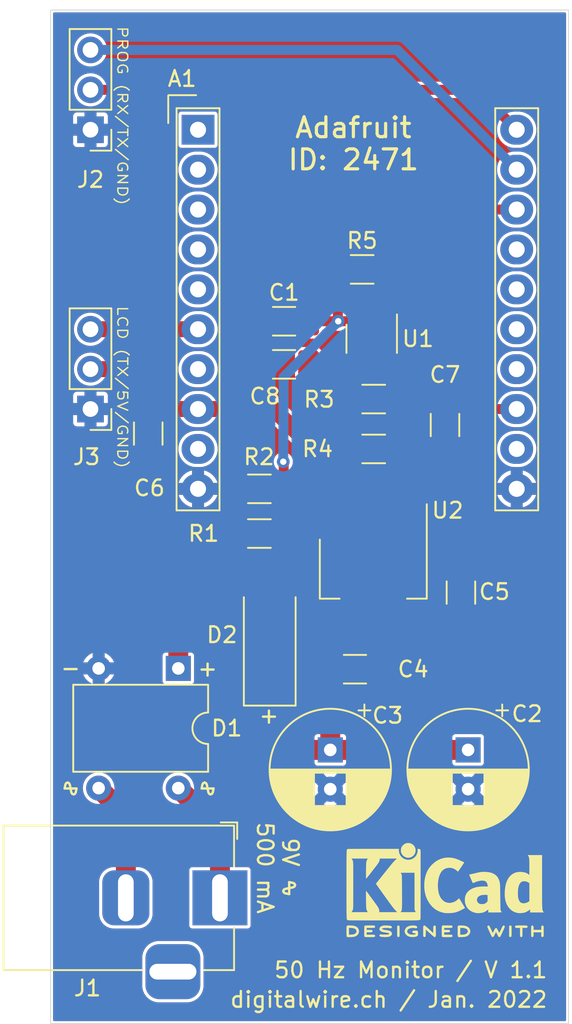
<source format=kicad_pcb>
(kicad_pcb (version 20211014) (generator pcbnew)
  (layers (0 "F.Cu" signal) (31 "B.Cu" signal) (34 "B.Paste" user) (35 "F.Paste" user) (36 "B.SilkS" user "B.Silkscreen") (37 "F.SilkS" user "F.Silkscreen") (38 "B.Mask" user) (39 "F.Mask" user) (44 "Edge.Cuts" user))
  (net 0 "")
  (net 2 "Net-(A1-Pad20)")
  (net 4 "Net-(A1-Pad19)")
  (net 6 "Net-(A1-Pad18)")
  (net 11 "Net-(A1-Pad6)")
  (net 15 "+5V")
  (net 16 "+3V3")
  (net 19 "GND")
  (net 20 "Net-(C1-Pad1)")
  (net 21 "+12V")
  (net 22 "Net-(D1-Pad4)")
  (net 23 "Net-(D1-Pad3)")
  (net 24 "Net-(D1-Pad1)")
  (net 25 "Net-(C8-Pad1)")
  (footprint "Capacitor_SMD:C_1206_3216Metric_Pad1.33x1.80mm_HandSolder" (layer "F.Cu") (at 115.2144 101.092 180)
    (fp_text reference "C1" (at 0 1.8288) (layer "F.SilkS"))
    (fp_text value "10nF")
    (pad "1" smd roundrect locked (at -1.5625 0 180) (size 1.325 1.8) (layers "F.Cu" "F.Paste" "F.Mask") (roundrect_rratio 0.1886792453) (net 20 "Net-(C1-Pad1)"))
    (pad "2" smd roundrect locked (at 1.5625 0 180) (size 1.325 1.8) (layers "F.Cu" "F.Paste" "F.Mask") (roundrect_rratio 0.1886792453) (net 19 "GND"))
  )
  (footprint "Capacitor_THT:CP_Radial_D7.5mm_P2.50mm" (layer "F.Cu") (at 126.9492 128.378606 -90)
    (fp_text reference "C2" (at -2.293006 -3.7592) (layer "F.SilkS"))
    (fp_text value "100uF")
    (pad "1" thru_hole rect locked (at 0 0 270) (size 1.6 1.6) (drill 0.8) (layers *.Cu *.Mask) (net 21 "+12V"))
    (pad "2" thru_hole circle locked (at 2.5 0 270) (size 1.6 1.6) (drill 0.8) (layers *.Cu *.Mask) (net 19 "GND"))
  )
  (footprint "Capacitor_THT:CP_Radial_D7.5mm_P2.50mm" (layer "F.Cu") (at 118.1608 128.378605 -90)
    (fp_text reference "C3" (at -2.191405 -3.6576) (layer "F.SilkS"))
    (fp_text value "100uF")
    (pad "1" thru_hole rect locked (at 0 0 270) (size 1.6 1.6) (drill 0.8) (layers *.Cu *.Mask) (net 21 "+12V"))
    (pad "2" thru_hole circle locked (at 2.5 0 270) (size 1.6 1.6) (drill 0.8) (layers *.Cu *.Mask) (net 19 "GND"))
  )
  (footprint "Capacitor_SMD:C_1206_3216Metric_Pad1.33x1.80mm_HandSolder" (layer "F.Cu") (at 119.7356 123.2408)
    (fp_text reference "C4" (at 3.7084 0) (layer "F.SilkS"))
    (fp_text value "100nF")
    (pad "1" smd roundrect locked (at -1.5625 0) (size 1.325 1.8) (layers "F.Cu" "F.Paste" "F.Mask") (roundrect_rratio 0.1886792453) (net 21 "+12V"))
    (pad "2" smd roundrect locked (at 1.5625 0) (size 1.325 1.8) (layers "F.Cu" "F.Paste" "F.Mask") (roundrect_rratio 0.1886792453) (net 19 "GND"))
  )
  (footprint "Capacitor_SMD:C_1206_3216Metric_Pad1.33x1.80mm_HandSolder" (layer "F.Cu") (at 126.492 118.364 90)
    (fp_text reference "C5" (at 0.0508 2.1336 180) (layer "F.SilkS"))
    (fp_text value "100nF")
    (pad "1" smd roundrect locked (at -1.5625 0 90) (size 1.325 1.8) (layers "F.Cu" "F.Paste" "F.Mask") (roundrect_rratio 0.1886792453) (net 15 "+5V"))
    (pad "2" smd roundrect locked (at 1.5625 0 90) (size 1.325 1.8) (layers "F.Cu" "F.Paste" "F.Mask") (roundrect_rratio 0.1886792453) (net 19 "GND"))
  )
  (footprint "Diode_SMD:D_SMA_Handsoldering" (layer "F.Cu") (at 114.3 121.158 90)
    (fp_text reference "D2" (at 0.1016 -3.048 180) (layer "F.SilkS"))
    (fp_text value "SK34")
    (pad "1" smd rect locked (at -2.5 0 90) (size 3.5 1.8) (layers "F.Cu" "F.Paste" "F.Mask") (net 21 "+12V"))
    (pad "2" smd rect locked (at 2.5 0 90) (size 3.5 1.8) (layers "F.Cu" "F.Paste" "F.Mask") (net 24 "Net-(D1-Pad1)"))
  )
  (footprint "Connector_BarrelJack:BarrelJack_Horizontal" (layer "F.Cu") (at 111.125 137.795)
    (fp_text reference "J1" (at -8.45 5.75) (layer "F.SilkS"))
    (fp_text value "Barrel_Jack")
    (pad "1" thru_hole rect locked (at 0 0) (size 3.5 3.5) (drill oval 1 3) (layers *.Cu *.Mask) (net 22 "Net-(D1-Pad4)"))
    (pad "2" thru_hole roundrect locked (at -6 0) (size 3 3.5) (drill oval 1 3) (layers *.Cu *.Mask) (net 23 "Net-(D1-Pad3)"))
    (pad "3" thru_hole roundrect locked (at -3 4.7) (size 3.5 3.5) (drill oval 3 1) (layers *.Cu *.Mask))
  )
  (footprint "Connector_PinHeader_2.54mm:PinHeader_1x03_P2.54mm_Vertical" (layer "F.Cu") (at 102.87 88.9 180)
    (fp_text reference "J2" (at 0 -3.175) (layer "F.SilkS"))
    (fp_text value "Conn_01x03")
    (pad "1" thru_hole rect locked (at 0 0 180) (size 1.7 1.7) (drill 1) (layers *.Cu *.Mask) (net 19 "GND"))
    (pad "2" thru_hole oval locked (at 0 2.54 180) (size 1.7 1.7) (drill 1) (layers *.Cu *.Mask) (net 2 "Net-(A1-Pad20)"))
    (pad "3" thru_hole oval locked (at 0 5.08 180) (size 1.7 1.7) (drill 1) (layers *.Cu *.Mask) (net 4 "Net-(A1-Pad19)"))
  )
  (footprint "Connector_PinHeader_2.54mm:PinHeader_1x03_P2.54mm_Vertical" (layer "F.Cu") (at 102.87 106.68 180)
    (fp_text reference "J3" (at 0.254 -3.048) (layer "F.SilkS"))
    (fp_text value "Conn_01x03")
    (pad "1" thru_hole rect locked (at 0 0 180) (size 1.7 1.7) (drill 1) (layers *.Cu *.Mask) (net 19 "GND"))
    (pad "2" thru_hole oval locked (at 0 2.54 180) (size 1.7 1.7) (drill 1) (layers *.Cu *.Mask) (net 15 "+5V"))
    (pad "3" thru_hole oval locked (at 0 5.08 180) (size 1.7 1.7) (drill 1) (layers *.Cu *.Mask) (net 11 "Net-(A1-Pad6)"))
  )
  (footprint "Resistor_SMD:R_1206_3216Metric_Pad1.30x1.75mm_HandSolder" (layer "F.Cu") (at 113.639 114.6048)
    (fp_text reference "R1" (at -3.5554 0) (layer "F.SilkS"))
    (fp_text value "47k")
    (pad "1" smd roundrect locked (at -1.55 0) (size 1.3 1.75) (layers "F.Cu" "F.Paste" "F.Mask") (roundrect_rratio 0.1923076923) (net 24 "Net-(D1-Pad1)"))
    (pad "2" smd roundrect locked (at 1.55 0) (size 1.3 1.75) (layers "F.Cu" "F.Paste" "F.Mask") (roundrect_rratio 0.1923076923) (net 20 "Net-(C1-Pad1)"))
  )
  (footprint "Resistor_SMD:R_1206_3216Metric_Pad1.30x1.75mm_HandSolder" (layer "F.Cu") (at 113.639 111.76 180)
    (fp_text reference "R2" (at 0.026 2.032) (layer "F.SilkS"))
    (fp_text value "10k")
    (pad "1" smd roundrect locked (at -1.55 0 180) (size 1.3 1.75) (layers "F.Cu" "F.Paste" "F.Mask") (roundrect_rratio 0.1923076923) (net 20 "Net-(C1-Pad1)"))
    (pad "2" smd roundrect locked (at 1.55 0 180) (size 1.3 1.75) (layers "F.Cu" "F.Paste" "F.Mask") (roundrect_rratio 0.1923076923) (net 19 "GND"))
  )
  (footprint "Resistor_SMD:R_1206_3216Metric_Pad1.30x1.75mm_HandSolder" (layer "F.Cu") (at 120.1928 97.79)
    (fp_text reference "R5" (at 0 -1.8288) (layer "F.SilkS"))
    (fp_text value "47k")
    (pad "1" smd roundrect locked (at -1.55 0) (size 1.3 1.75) (layers "F.Cu" "F.Paste" "F.Mask") (roundrect_rratio 0.1923076923) (net 20 "Net-(C1-Pad1)"))
    (pad "2" smd roundrect locked (at 1.55 0) (size 1.3 1.75) (layers "F.Cu" "F.Paste" "F.Mask") (roundrect_rratio 0.1923076923) (net 6 "Net-(A1-Pad18)"))
  )
  (footprint "Diode_THT:Diode_Bridge_DIP-4_W7.62mm_P5.08mm" (layer "F.Cu") (at 108.4704 123.19 -90)
    (fp_text reference "D1" (at 3.81 -3.0864) (layer "F.SilkS"))
    (fp_text value "DF01M")
    (pad "1" thru_hole rect locked (at 0 0 270) (size 1.6 1.6) (drill 0.8) (layers *.Cu *.Mask) (net 24 "Net-(D1-Pad1)"))
    (pad "2" thru_hole oval locked (at 0 5.08 270) (size 1.6 1.6) (drill 0.8) (layers *.Cu *.Mask) (net 19 "GND"))
    (pad "3" thru_hole oval locked (at 7.62 5.08 270) (size 1.6 1.6) (drill 0.8) (layers *.Cu *.Mask) (net 23 "Net-(D1-Pad3)"))
    (pad "4" thru_hole oval locked (at 7.62 0 270) (size 1.6 1.6) (drill 0.8) (layers *.Cu *.Mask) (net 22 "Net-(D1-Pad4)"))
  )
  (footprint "Package_TO_SOT_SMD:SOT-223-3_TabPin2" (layer "F.Cu") (at 120.904 116.84 -90)
    (fp_text reference "U2" (at -3.708 -4.7384 180) (layer "F.SilkS"))
    (fp_text value "AMS1117-5.0")
    (pad "1" smd rect locked (at -3.15 -2.3 270) (size 2 1.5) (layers "F.Cu" "F.Paste" "F.Mask") (net 19 "GND"))
    (pad "2" smd rect locked (at -3.15 0 270) (size 2 1.5) (layers "F.Cu" "F.Paste" "F.Mask") (net 15 "+5V"))
    (pad "2" smd rect locked (at 3.15 0 270) (size 2 3.8) (layers "F.Cu" "F.Paste" "F.Mask") (net 15 "+5V"))
    (pad "3" smd rect locked (at -3.15 2.3 270) (size 2 1.5) (layers "F.Cu" "F.Paste" "F.Mask") (net 21 "+12V"))
  )
  (footprint "Resistor_SMD:R_1206_3216Metric_Pad1.30x1.75mm_HandSolder" (layer "F.Cu") (at 120.93 109.22)
    (fp_text reference "R4" (at -3.582 0) (layer "F.SilkS"))
    (fp_text value "10k")
    (pad "1" smd roundrect locked (at -1.55 0) (size 1.3 1.75) (layers "F.Cu" "F.Paste" "F.Mask") (roundrect_rratio 0.1923076923) (net 25 "Net-(C8-Pad1)"))
    (pad "2" smd roundrect locked (at 1.55 0) (size 1.3 1.75) (layers "F.Cu" "F.Paste" "F.Mask") (roundrect_rratio 0.1923076923) (net 19 "GND"))
  )
  (footprint "Package_TO_SOT_SMD:SOT-23-5" (layer "F.Cu") (at 120.8024 102.2096 -90)
    (fp_text reference "U1" (at 0 -2.9464 180) (layer "F.SilkS"))
    (fp_text value "TLV7031DBV")
    (pad "1" smd rect locked (at -1.1 -0.95 270) (size 1.06 0.65) (layers "F.Cu" "F.Paste" "F.Mask") (net 6 "Net-(A1-Pad18)"))
    (pad "2" smd rect locked (at -1.1 0 270) (size 1.06 0.65) (layers "F.Cu" "F.Paste" "F.Mask") (net 19 "GND"))
    (pad "3" smd rect locked (at -1.1 0.95 270) (size 1.06 0.65) (layers "F.Cu" "F.Paste" "F.Mask") (net 20 "Net-(C1-Pad1)"))
    (pad "4" smd rect locked (at 1.1 0.95 270) (size 1.06 0.65) (layers "F.Cu" "F.Paste" "F.Mask") (net 25 "Net-(C8-Pad1)"))
    (pad "5" smd rect locked (at 1.1 -0.95 270) (size 1.06 0.65) (layers "F.Cu" "F.Paste" "F.Mask") (net 16 "+3V3"))
  )
  (footprint "Resistor_SMD:R_1206_3216Metric_Pad1.30x1.75mm_HandSolder" (layer "F.Cu") (at 120.93 106.045 180)
    (fp_text reference "R3" (at 3.4804 -0.0254 180) (layer "F.SilkS"))
    (fp_text value "10k")
    (pad "1" smd roundrect locked (at -1.55 0 180) (size 1.3 1.75) (layers "F.Cu" "F.Paste" "F.Mask") (roundrect_rratio 0.1923076923) (net 16 "+3V3"))
    (pad "2" smd roundrect locked (at 1.55 0 180) (size 1.3 1.75) (layers "F.Cu" "F.Paste" "F.Mask") (roundrect_rratio 0.1923076923) (net 25 "Net-(C8-Pad1)"))
  )
  (footprint "Module:Adafruit_HUZZAH_ESP8266_breakout" (layer "F.Cu") (at 109.728 88.9)
    (fp_text reference "A1" (at -1.016 -3.2512) (layer "F.SilkS"))
    (fp_text value "Adafruit_HUZZAH_ESP8266_breakout")
    (pad "1" thru_hole rect (at 0 0) (size 2.1 1.9) (drill 1.02) (layers *.Cu *.Mask))
    (pad "2" thru_hole oval (at 0 2.54) (size 2.1 1.9) (drill 1.02) (layers *.Cu *.Mask))
    (pad "3" thru_hole oval (at 0 5.08) (size 2.1 1.9) (drill 1.02) (layers *.Cu *.Mask))
    (pad "4" thru_hole oval (at 0 7.62) (size 2.1 1.9) (drill 1.02) (layers *.Cu *.Mask))
    (pad "5" thru_hole oval (at 0 10.16) (size 2.1 1.9) (drill 1.02) (layers *.Cu *.Mask))
    (pad "6" thru_hole oval (at 0 12.7) (size 2.1 1.9) (drill 1.02) (layers *.Cu *.Mask) (net 11 "Net-(A1-Pad6)"))
    (pad "7" thru_hole oval (at 0 15.24) (size 2.1 1.9) (drill 1.02) (layers *.Cu *.Mask))
    (pad "8" thru_hole oval (at 0 17.78) (size 2.1 1.9) (drill 1.02) (layers *.Cu *.Mask) (net 15 "+5V"))
    (pad "9" thru_hole oval (at 0 20.32) (size 2.1 1.9) (drill 1.02) (layers *.Cu *.Mask))
    (pad "10" thru_hole oval (at 0 22.86) (size 2.1 1.9) (drill 1.02) (layers *.Cu *.Mask) (net 19 "GND"))
    (pad "11" thru_hole oval (at 20.32 22.86) (size 2.1 1.9) (drill 1.02) (layers *.Cu *.Mask) (net 19 "GND"))
    (pad "12" thru_hole oval (at 20.32 20.32) (size 2.1 1.9) (drill 1.02) (layers *.Cu *.Mask))
    (pad "13" thru_hole oval (at 20.32 17.78) (size 2.1 1.9) (drill 1.02) (layers *.Cu *.Mask) (net 16 "+3V3"))
    (pad "14" thru_hole oval (at 20.32 15.24) (size 2.1 1.9) (drill 1.02) (layers *.Cu *.Mask))
    (pad "15" thru_hole oval (at 20.32 12.7) (size 2.1 1.9) (drill 1.02) (layers *.Cu *.Mask))
    (pad "16" thru_hole oval (at 20.32 10.16) (size 2.1 1.9) (drill 1.02) (layers *.Cu *.Mask))
    (pad "17" thru_hole oval (at 20.32 7.62) (size 2.1 1.9) (drill 1.02) (layers *.Cu *.Mask))
    (pad "18" thru_hole oval (at 20.32 5.08) (size 2.1 1.9) (drill 1.02) (layers *.Cu *.Mask) (net 6 "Net-(A1-Pad18)"))
    (pad "19" thru_hole oval (at 20.32 2.54) (size 2.1 1.9) (drill 1.02) (layers *.Cu *.Mask) (net 4 "Net-(A1-Pad19)"))
    (pad "20" thru_hole oval (at 20.32 0) (size 2.1 1.9) (drill 1.02) (layers *.Cu *.Mask) (net 2 "Net-(A1-Pad20)"))
  )
  (footprint "Capacitor_SMD:C_1206_3216Metric_Pad1.33x1.80mm_HandSolder" (layer "F.Cu") (at 106.553 108.2425 -90)
    (fp_text reference "C6" (at 3.4667 -0.0762 180) (layer "F.SilkS"))
    (fp_text value "10uF")
    (pad "1" smd roundrect locked (at -1.5625 0 270) (size 1.325 1.8) (layers "F.Cu" "F.Paste" "F.Mask") (roundrect_rratio 0.1886792453) (net 15 "+5V"))
    (pad "2" smd roundrect locked (at 1.5625 0 270) (size 1.325 1.8) (layers "F.Cu" "F.Paste" "F.Mask") (roundrect_rratio 0.1886792453) (net 19 "GND"))
  )
  (footprint "Symbol:KiCad-Logo2_5mm_SilkScreen" (layer "F.Cu") (at 125.476 137.287)
    (fp_text reference "REF**" hide)
    (fp_text value "KiCad-Logo2_5mm_SilkScreen" hide)
  )
  (footprint "Capacitor_SMD:C_1206_3216Metric_Pad1.33x1.80mm_HandSolder" (layer "F.Cu") (at 125.476 107.696 -90)
    (fp_text reference "C7" (at -3.2004 0 180) (layer "F.SilkS"))
    (fp_text value "10uF")
    (pad "1" smd roundrect locked (at -1.5625 0 270) (size 1.325 1.8) (layers "F.Cu" "F.Paste" "F.Mask") (roundrect_rratio 0.1886792453) (net 16 "+3V3"))
    (pad "2" smd roundrect locked (at 1.5625 0 270) (size 1.325 1.8) (layers "F.Cu" "F.Paste" "F.Mask") (roundrect_rratio 0.1886792453) (net 19 "GND"))
  )
  (footprint "Capacitor_SMD:C_1206_3216Metric_Pad1.33x1.80mm_HandSolder" (layer "F.Cu") (at 115.2144 103.8352 180)
    (fp_text reference "C8" (at 1.2192 -2.032) (layer "F.SilkS"))
    (fp_text value "100nF")
    (pad "1" smd roundrect locked (at -1.5625 0 180) (size 1.325 1.8) (layers "F.Cu" "F.Paste" "F.Mask") (roundrect_rratio 0.1886792453) (net 25 "Net-(C8-Pad1)"))
    (pad "2" smd roundrect locked (at 1.5625 0 180) (size 1.325 1.8) (layers "F.Cu" "F.Paste" "F.Mask") (roundrect_rratio 0.1886792453) (net 19 "GND"))
  )
  (gr_line (start 133.35 81.28) (end 133.35 145.796) (layer "Edge.Cuts") (width 0.05))
  (gr_line (start 100.33 145.796) (end 100.33 81.28) (layer "Edge.Cuts") (width 0.05))
  (gr_line (start 100.33 81.28) (end 133.35 81.28) (layer "Edge.Cuts") (width 0.05))
  (gr_line (start 133.35 145.796) (end 100.33 145.796) (layer "Edge.Cuts") (width 0.05))
  (gr_text "9V ⏦\n500 mA" (at 114.808 135.89 -90) (layer "F.SilkS") (effects (font (size 1 1))))
  (gr_text "50 Hz Monitor / V 1.1" (at 132.08 142.3924) (layer "F.SilkS") (effects (font (size 1 1)) (justify right)))
  (gr_text "LCD (TX/5V/GND)" (at 104.902 105.283 -90) (layer "F.SilkS") (effects (font (size 0.635 0.762) (thickness 0.0889))))
  (gr_text "PROG (RX/TX/GND)" (at 104.902 88.011 -90) (layer "F.SilkS") (effects (font (size 0.635 0.762) (thickness 0.0889))))
  (gr_text "Adafruit\nID: 2471\n" (at 119.634 89.789) (layer "F.SilkS") (effects (font (size 1.27 1.27) (thickness 0.2032))))
  (gr_text "+" (at 110.3376 123.19) (layer "F.SilkS") (effects (font (size 1 1))))
  (gr_text "_" (at 101.6 122.682) (layer "F.SilkS") (effects (font (size 1 1))))
  (gr_text "+" (at 114.2492 126.1872) (layer "F.SilkS") (effects (font (size 1 1))))
  (gr_text "digitalwire.ch / Jan. 2022\n" (at 132.08 144.272) (layer "F.SilkS") (effects (font (size 1 1)) (justify right)))
  (gr_text "⏦" (at 110.3376 130.7592) (layer "F.SilkS") (effects (font (size 1 1))))
  (gr_text "⏦" (at 101.6 130.7592) (layer "F.SilkS") (effects (font (size 1 1))))
  (segment (start 130.048 88.9) (end 127.508 86.36) (width 0.635) (layer "F.Cu") (net 2))
  (segment (start 127.508 86.36) (end 102.87 86.36) (width 0.635) (layer "F.Cu") (net 2))
  (segment (start 122.428 83.82) (end 102.87 83.82) (width 0.635) (layer "B.Cu") (net 4))
  (segment (start 130.048 91.44) (end 122.428 83.82) (width 0.635) (layer "B.Cu") (net 4))
  (segment (start 121.7428 97.79) (end 121.7428 96.0368) (width 0.635) (layer "F.Cu") (net 6))
  (segment (start 121.7524 97.7996) (end 121.7428 97.79) (width 0.635) (layer "F.Cu") (net 6))
  (segment (start 121.7524 101.1096) (end 121.7524 97.7996) (width 0.635) (layer "F.Cu") (net 6))
  (segment (start 123.7996 93.98) (end 130.048 93.98) (width 0.635) (layer "F.Cu") (net 6))
  (segment (start 121.7428 96.0368) (end 123.7996 93.98) (width 0.635) (layer "F.Cu") (net 6))
  (segment (start 102.87 101.6) (end 109.728 101.6) (width 1.016) (layer "F.Cu") (net 11))
  (segment (start 117.094 109.22) (end 114.554 106.68) (width 1.016) (layer "F.Cu") (net 15))
  (segment (start 120.904 113.69) (end 120.904 119.99) (width 1.27) (layer "F.Cu") (net 15))
  (segment (start 117.094 110.236) (end 117.094 109.22) (width 1.016) (layer "F.Cu") (net 15))
  (segment (start 106.553 106.68) (end 106.553 104.9782) (width 1.016) (layer "F.Cu") (net 15))
  (segment (start 120.904 119.99) (end 126.492 119.9265) (width 1.27) (layer "F.Cu") (net 15))
  (segment (start 120.904 112.141) (end 120.142 111.379) (width 1.016) (layer "F.Cu") (net 15))
  (segment (start 105.7148 104.14) (end 102.87 104.14) (width 1.016) (layer "F.Cu") (net 15))
  (segment (start 106.553 104.9782) (end 105.7148 104.14) (width 1.016) (layer "F.Cu") (net 15))
  (segment (start 106.553 106.68) (end 109.728 106.68) (width 1.016) (layer "F.Cu") (net 15))
  (segment (start 120.904 113.69) (end 120.904 112.141) (width 1.016) (layer "F.Cu") (net 15))
  (segment (start 114.554 106.68) (end 109.728 106.68) (width 1.016) (layer "F.Cu") (net 15))
  (segment (start 120.142 111.379) (end 118.237 111.379) (width 1.016) (layer "F.Cu") (net 15))
  (segment (start 118.237 111.379) (end 117.094 110.236) (width 1.016) (layer "F.Cu") (net 15))
  (segment (start 126.0348 106.0319) (end 127.3171 106.0319) (width 0.635) (layer "F.Cu") (net 16))
  (segment (start 126.0348 106.0319) (end 122.4931 106.0319) (width 0.635) (layer "F.Cu") (net 16))
  (segment (start 127.3171 106.0319) (end 127.9652 106.68) (width 0.635) (layer "F.Cu") (net 16))
  (segment (start 122.48 106.045) (end 122.4788 106.0438) (width 0.635) (layer "F.Cu") (net 16))
  (segment (start 122.4788 104.036) (end 121.7524 103.3096) (width 0.635) (layer "F.Cu") (net 16))
  (segment (start 127.9652 106.68) (end 130.048 106.68) (width 0.635) (layer "F.Cu") (net 16))
  (segment (start 122.4788 106.0438) (end 122.4788 104.036) (width 0.635) (layer "F.Cu") (net 16))
  (segment (start 122.4931 106.0319) (end 122.48 106.045) (width 0.635) (layer "F.Cu") (net 16))
  (segment (start 118.6428 101.066) (end 118.6688 101.092) (width 0.635) (layer "F.Cu") (net 20))
  (segment (start 118.6688 101.092) (end 119.834812 101.092) (width 0.635) (layer "F.Cu") (net 20))
  (segment (start 116.7769 101.092) (end 118.6688 101.092) (width 0.635) (layer "F.Cu") (net 20))
  (segment (start 115.189 110.0582) (end 115.1636 110.0328) (width 0.635) (layer "F.Cu") (net 20))
  (segment (start 118.6428 97.79) (end 118.6428 101.066) (width 0.635) (layer "F.Cu") (net 20))
  (segment (start 119.8348 101.092) (end 119.8524 101.1096) (width 0.381) (layer "F.Cu") (net 20))
  (segment (start 115.189 111.76) (end 115.189 110.0582) (width 0.635) (layer "F.Cu") (net 20))
  (segment (start 115.189 114.6048) (end 115.189 111.76) (width 0.635) (layer "F.Cu") (net 20))
  (via (at 118.6688 101.092) (size 0.8128) (drill 0.4064) (layers "F.Cu" "B.Cu") (net 20))
  (via (at 115.1636 110.0328) (size 0.8128) (drill 0.4064) (layers "F.Cu" "B.Cu") (net 20))
  (segment (start 115.189 104.648) (end 118.6688 101.092) (width 0.635) (layer "B.Cu") (net 20))
  (segment (start 115.1636 110.0328) (end 115.189 104.648) (width 0.635) (layer "B.Cu") (net 20))
  (segment (start 117.9576 121.7676) (end 118.1731 121.9831) (width 1.27) (layer "F.Cu") (net 21))
  (segment (start 114.3 126.746) (end 115.932605 128.378605) (width 1.27) (layer "F.Cu") (net 21))
  (segment (start 118.59 116.614) (end 117.9576 117.2464) (width 1.27) (layer "F.Cu") (net 21))
  (segment (start 114.3 123.658) (end 114.3 126.746) (width 1.27) (layer "F.Cu") (net 21))
  (segment (start 118.1608 123.2285) (end 118.1731 123.2408) (width 1.27) (layer "F.Cu") (net 21))
  (segment (start 118.1731 121.9831) (end 118.1731 123.2408) (width 1.27) (layer "F.Cu") (net 21))
  (segment (start 118.1608 128.378605) (end 126.9492 128.378606) (width 1.27) (layer "F.Cu") (net 21))
  (segment (start 118.1608 128.378605) (end 118.1608 123.2531) (width 1.27) (layer "F.Cu") (net 21))
  (segment (start 115.932605 128.378605) (end 118.1608 128.378605) (width 1.27) (layer "F.Cu") (net 21))
  (segment (start 118.604 113.69) (end 118.59 116.614) (width 1.27) (layer "F.Cu") (net 21))
  (segment (start 117.9576 117.2464) (end 117.9576 121.7676) (width 1.27) (layer "F.Cu") (net 21))
  (segment (start 118.1731 123.2408) (end 118.152289 123.219989) (width 1.27) (layer "F.Cu") (net 21))
  (segment (start 118.1608 123.2531) (end 118.1731 123.2408) (width 1.27) (layer "F.Cu") (net 21))
  (segment (start 111.125 133.4646) (end 108.4704 130.81) (width 1.27) (layer "F.Cu") (net 22))
  (segment (start 111.125 137.795) (end 111.125 133.4646) (width 1.27) (layer "F.Cu") (net 22))
  (segment (start 105.125 132.5446) (end 103.3904 130.81) (width 1.27) (layer "F.Cu") (net 23))
  (segment (start 105.125 137.795) (end 105.125 132.5446) (width 1.27) (layer "F.Cu") (net 23))
  (segment (start 112.089 114.6048) (end 112.089 118.3906) (width 0.635) (layer "F.Cu") (net 24))
  (segment (start 108.4704 121.6028) (end 111.4152 118.658) (width 1.27) (layer "F.Cu") (net 24))
  (segment (start 111.4152 118.658) (end 111.8216 118.658) (width 1.27) (layer "F.Cu") (net 24))
  (segment (start 111.8216 118.658) (end 114.3 118.658) (width 1.27) (layer "F.Cu") (net 24))
  (segment (start 112.089 118.3906) (end 111.8216 118.658) (width 0.635) (layer "F.Cu") (net 24))
  (segment (start 108.4704 123.19) (end 108.4704 121.6028) (width 1.27) (layer "F.Cu") (net 24))
  (segment (start 119.852389 104.302611) (end 119.852389 103.309598) (width 0.508) (layer "F.Cu") (net 25))
  (segment (start 118.3132 103.8352) (end 116.776906 103.8352) (width 0.635) (layer "F.Cu") (net 25))
  (segment (start 119.38 109.22) (end 119.38 106.045) (width 0.508) (layer "F.Cu") (net 25))
  (segment (start 119.38 106.045) (end 119.38 104.775) (width 0.508) (layer "F.Cu") (net 25))
  (segment (start 119.852389 103.309598) (end 118.838802 103.309598) (width 0.635) (layer "F.Cu") (net 25))
  (segment (start 119.38 104.775) (end 119.852389 104.302611) (width 0.508) (layer "F.Cu") (net 25))
  (segment (start 118.838802 103.309598) (end 118.3132 103.8352) (width 0.635) (layer "F.Cu") (net 25))
  (zone (net 19) (net_name "GND") (layer "F.Cu") (connect_pads (clearance 0.1524)) (min_thickness 0.1524) (fill yes (thermal_gap 0.254) (thermal_bridge_width 0.762))
    (polygon (pts (xy 133.35 145.796) (xy 100.33 145.796) (xy 100.33 81.28) (xy 133.35 81.28)))
  )
  (zone (net 19) (net_name "GND") (layer "B.Cu") (connect_pads (clearance 0.1524)) (min_thickness 0.1524) (fill yes (thermal_gap 0.254) (thermal_bridge_width 0.762))
    (polygon (pts (xy 133.35 145.796) (xy 100.33 145.796) (xy 100.33 81.28) (xy 133.35 81.28)))
  )
)
</source>
